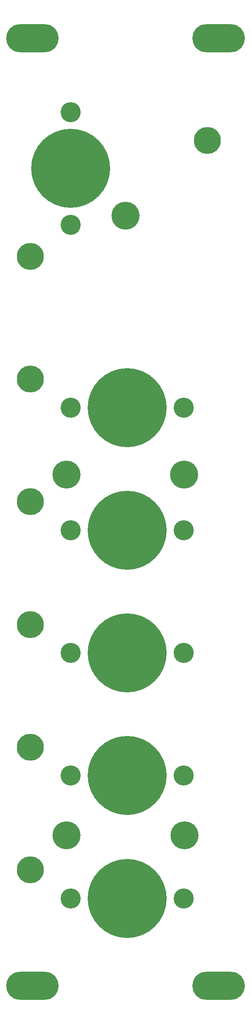
<source format=gbr>
G04 #@! TF.GenerationSoftware,KiCad,Pcbnew,(5.1.7)-1*
G04 #@! TF.CreationDate,2021-12-31T12:27:06+00:00*
G04 #@! TF.ProjectId,Panel,50616e65-6c2e-46b6-9963-61645f706362,rev?*
G04 #@! TF.SameCoordinates,Original*
G04 #@! TF.FileFunction,Soldermask,Top*
G04 #@! TF.FilePolarity,Negative*
%FSLAX46Y46*%
G04 Gerber Fmt 4.6, Leading zero omitted, Abs format (unit mm)*
G04 Created by KiCad (PCBNEW (5.1.7)-1) date 2021-12-31 12:27:06*
%MOMM*%
%LPD*%
G01*
G04 APERTURE LIST*
%ADD10C,5.702000*%
%ADD11C,4.102000*%
%ADD12C,16.102000*%
%ADD13C,5.502000*%
%ADD14O,10.702000X5.702000*%
G04 APERTURE END LIST*
D10*
X171350000Y-121380000D03*
X171330000Y-47890000D03*
D11*
X148220000Y-134180000D03*
X171220000Y-134180000D03*
D12*
X159720000Y-134180000D03*
X159720000Y-109180000D03*
D11*
X171220000Y-109180000D03*
X148220000Y-109180000D03*
D12*
X159720000Y-84180000D03*
D11*
X171220000Y-84180000D03*
X148220000Y-84180000D03*
X148220000Y-59180000D03*
X171220000Y-59180000D03*
D12*
X159720000Y-59180000D03*
X159720000Y-34180000D03*
D11*
X171220000Y-34180000D03*
X148220000Y-34180000D03*
X148210000Y3010000D03*
X148210000Y26010000D03*
D12*
X148210000Y14510000D03*
D13*
X140010000Y-78380000D03*
X140010000Y-128380000D03*
X140010000Y-103380000D03*
X140010000Y-53380000D03*
X140010000Y-28380000D03*
X176060000Y20180000D03*
X140010000Y-3380000D03*
D10*
X147350000Y-121380000D03*
X147330000Y-47890000D03*
X159330000Y4900000D03*
D14*
X140362000Y-151962000D03*
X178362000Y-151962000D03*
X178362000Y41038000D03*
X140362000Y41038000D03*
M02*

</source>
